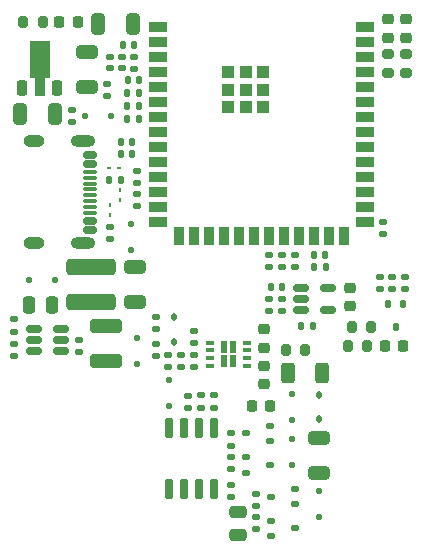
<source format=gbr>
%TF.GenerationSoftware,KiCad,Pcbnew,9.0.4-9.0.4-0~ubuntu24.04.1*%
%TF.CreationDate,2025-09-25T14:53:34+02:00*%
%TF.ProjectId,MCM-LIN,4d434d2d-4c49-44e2-9e6b-696361645f70,rev?*%
%TF.SameCoordinates,Original*%
%TF.FileFunction,Paste,Top*%
%TF.FilePolarity,Positive*%
%FSLAX46Y46*%
G04 Gerber Fmt 4.6, Leading zero omitted, Abs format (unit mm)*
G04 Created by KiCad (PCBNEW 9.0.4-9.0.4-0~ubuntu24.04.1) date 2025-09-25 14:53:34*
%MOMM*%
%LPD*%
G01*
G04 APERTURE LIST*
G04 Aperture macros list*
%AMRoundRect*
0 Rectangle with rounded corners*
0 $1 Rounding radius*
0 $2 $3 $4 $5 $6 $7 $8 $9 X,Y pos of 4 corners*
0 Add a 4 corners polygon primitive as box body*
4,1,4,$2,$3,$4,$5,$6,$7,$8,$9,$2,$3,0*
0 Add four circle primitives for the rounded corners*
1,1,$1+$1,$2,$3*
1,1,$1+$1,$4,$5*
1,1,$1+$1,$6,$7*
1,1,$1+$1,$8,$9*
0 Add four rect primitives between the rounded corners*
20,1,$1+$1,$2,$3,$4,$5,0*
20,1,$1+$1,$4,$5,$6,$7,0*
20,1,$1+$1,$6,$7,$8,$9,0*
20,1,$1+$1,$8,$9,$2,$3,0*%
%AMFreePoly0*
4,1,9,3.862500,-0.866500,0.737500,-0.866500,0.737500,-0.450000,-0.737500,-0.450000,-0.737500,0.450000,0.737500,0.450000,0.737500,0.866500,3.862500,0.866500,3.862500,-0.866500,3.862500,-0.866500,$1*%
G04 Aperture macros list end*
%ADD10RoundRect,0.112500X0.112500X-0.187500X0.112500X0.187500X-0.112500X0.187500X-0.112500X-0.187500X0*%
%ADD11RoundRect,0.225000X0.225000X0.250000X-0.225000X0.250000X-0.225000X-0.250000X0.225000X-0.250000X0*%
%ADD12RoundRect,0.135000X0.185000X-0.135000X0.185000X0.135000X-0.185000X0.135000X-0.185000X-0.135000X0*%
%ADD13RoundRect,0.150000X-0.425000X0.150000X-0.425000X-0.150000X0.425000X-0.150000X0.425000X0.150000X0*%
%ADD14RoundRect,0.075000X-0.500000X0.075000X-0.500000X-0.075000X0.500000X-0.075000X0.500000X0.075000X0*%
%ADD15O,2.100000X1.000000*%
%ADD16O,1.800000X1.000000*%
%ADD17RoundRect,0.135000X0.135000X0.185000X-0.135000X0.185000X-0.135000X-0.185000X0.135000X-0.185000X0*%
%ADD18RoundRect,0.135000X-0.135000X-0.185000X0.135000X-0.185000X0.135000X0.185000X-0.135000X0.185000X0*%
%ADD19RoundRect,0.218750X-0.256250X0.218750X-0.256250X-0.218750X0.256250X-0.218750X0.256250X0.218750X0*%
%ADD20RoundRect,0.218750X0.218750X0.256250X-0.218750X0.256250X-0.218750X-0.256250X0.218750X-0.256250X0*%
%ADD21RoundRect,0.125000X-0.125000X-0.125000X0.125000X-0.125000X0.125000X0.125000X-0.125000X0.125000X0*%
%ADD22RoundRect,0.135000X-0.185000X0.135000X-0.185000X-0.135000X0.185000X-0.135000X0.185000X0.135000X0*%
%ADD23RoundRect,0.125000X-0.125000X0.125000X-0.125000X-0.125000X0.125000X-0.125000X0.125000X0.125000X0*%
%ADD24RoundRect,0.250000X0.650000X-0.325000X0.650000X0.325000X-0.650000X0.325000X-0.650000X-0.325000X0*%
%ADD25RoundRect,0.062500X0.062500X-0.117500X0.062500X0.117500X-0.062500X0.117500X-0.062500X-0.117500X0*%
%ADD26RoundRect,0.140000X-0.140000X-0.170000X0.140000X-0.170000X0.140000X0.170000X-0.140000X0.170000X0*%
%ADD27RoundRect,0.250000X-0.475000X0.250000X-0.475000X-0.250000X0.475000X-0.250000X0.475000X0.250000X0*%
%ADD28RoundRect,0.140000X0.170000X-0.140000X0.170000X0.140000X-0.170000X0.140000X-0.170000X-0.140000X0*%
%ADD29RoundRect,0.140000X0.140000X0.170000X-0.140000X0.170000X-0.140000X-0.170000X0.140000X-0.170000X0*%
%ADD30RoundRect,0.225000X0.225000X-0.425000X0.225000X0.425000X-0.225000X0.425000X-0.225000X-0.425000X0*%
%ADD31FreePoly0,90.000000*%
%ADD32RoundRect,0.200000X0.200000X0.275000X-0.200000X0.275000X-0.200000X-0.275000X0.200000X-0.275000X0*%
%ADD33R,1.000000X1.000000*%
%ADD34R,1.500000X0.900000*%
%ADD35R,0.900000X1.500000*%
%ADD36RoundRect,0.062500X-0.062500X0.117500X-0.062500X-0.117500X0.062500X-0.117500X0.062500X0.117500X0*%
%ADD37RoundRect,0.250000X0.325000X0.650000X-0.325000X0.650000X-0.325000X-0.650000X0.325000X-0.650000X0*%
%ADD38R,0.600000X1.000000*%
%ADD39R,0.650000X0.350000*%
%ADD40RoundRect,0.200000X-0.275000X0.200000X-0.275000X-0.200000X0.275000X-0.200000X0.275000X0.200000X0*%
%ADD41RoundRect,0.225000X-0.250000X0.225000X-0.250000X-0.225000X0.250000X-0.225000X0.250000X0.225000X0*%
%ADD42RoundRect,0.125000X0.125000X0.125000X-0.125000X0.125000X-0.125000X-0.125000X0.125000X-0.125000X0*%
%ADD43RoundRect,0.140000X-0.170000X0.140000X-0.170000X-0.140000X0.170000X-0.140000X0.170000X0.140000X0*%
%ADD44RoundRect,0.250000X-0.250000X-0.475000X0.250000X-0.475000X0.250000X0.475000X-0.250000X0.475000X0*%
%ADD45RoundRect,0.150000X-0.150000X0.725000X-0.150000X-0.725000X0.150000X-0.725000X0.150000X0.725000X0*%
%ADD46RoundRect,0.062500X0.117500X0.062500X-0.117500X0.062500X-0.117500X-0.062500X0.117500X-0.062500X0*%
%ADD47RoundRect,0.250000X-0.312500X-0.625000X0.312500X-0.625000X0.312500X0.625000X-0.312500X0.625000X0*%
%ADD48RoundRect,0.112500X0.112500X0.237500X-0.112500X0.237500X-0.112500X-0.237500X0.112500X-0.237500X0*%
%ADD49RoundRect,0.112500X-0.237500X0.112500X-0.237500X-0.112500X0.237500X-0.112500X0.237500X0.112500X0*%
%ADD50RoundRect,0.350000X1.750000X0.350000X-1.750000X0.350000X-1.750000X-0.350000X1.750000X-0.350000X0*%
%ADD51RoundRect,0.150000X-0.512500X-0.150000X0.512500X-0.150000X0.512500X0.150000X-0.512500X0.150000X0*%
%ADD52RoundRect,0.112500X0.237500X-0.112500X0.237500X0.112500X-0.237500X0.112500X-0.237500X-0.112500X0*%
%ADD53RoundRect,0.200000X-0.200000X-0.275000X0.200000X-0.275000X0.200000X0.275000X-0.200000X0.275000X0*%
%ADD54RoundRect,0.250000X-0.650000X0.325000X-0.650000X-0.325000X0.650000X-0.325000X0.650000X0.325000X0*%
%ADD55RoundRect,0.225000X0.250000X-0.225000X0.250000X0.225000X-0.250000X0.225000X-0.250000X-0.225000X0*%
%ADD56RoundRect,0.250000X-1.100000X0.325000X-1.100000X-0.325000X1.100000X-0.325000X1.100000X0.325000X0*%
G04 APERTURE END LIST*
D10*
%TO.C,D4*%
X74500000Y-73375000D03*
X74500000Y-71275000D03*
%TD*%
D11*
%TO.C,C25*%
X82650000Y-78750000D03*
X81100000Y-78750000D03*
%TD*%
D12*
%TO.C,R4*%
X60921200Y-72483200D03*
X60921200Y-71463200D03*
%TD*%
D13*
%TO.C,J1*%
X67380000Y-57500000D03*
X67380000Y-58300000D03*
D14*
X67380000Y-59450000D03*
X67380000Y-60450000D03*
X67380000Y-60950000D03*
X67380000Y-61950000D03*
D13*
X67380000Y-63100000D03*
X67380000Y-63900000D03*
X67380000Y-63900000D03*
X67380000Y-63100000D03*
D14*
X67380000Y-62450000D03*
X67380000Y-61450000D03*
X67380000Y-59950000D03*
X67380000Y-58950000D03*
D13*
X67380000Y-58300000D03*
X67380000Y-57500000D03*
D15*
X66805000Y-56380000D03*
D16*
X62625000Y-56380000D03*
D15*
X66805000Y-65020000D03*
D16*
X62625000Y-65020000D03*
%TD*%
D17*
%TO.C,R35*%
X87335000Y-67050000D03*
X86315000Y-67050000D03*
%TD*%
D18*
%TO.C,R41*%
X68965000Y-59625000D03*
X69985000Y-59625000D03*
%TD*%
D19*
%TO.C,D10*%
X92573600Y-46012500D03*
X92573600Y-47587500D03*
%TD*%
D20*
%TO.C,D1*%
X66360900Y-46293000D03*
X64785900Y-46293000D03*
%TD*%
D21*
%TO.C,D8*%
X66937200Y-54243200D03*
X69137200Y-54243200D03*
%TD*%
D12*
%TO.C,R24*%
X72925000Y-74585000D03*
X72925000Y-73565000D03*
%TD*%
D22*
%TO.C,R27*%
X71364600Y-60819800D03*
X71364600Y-61839800D03*
%TD*%
D23*
%TO.C,D15*%
X84500000Y-77775000D03*
X84500000Y-79975000D03*
%TD*%
D24*
%TO.C,C26*%
X86775000Y-84475000D03*
X86775000Y-81525000D03*
%TD*%
D23*
%TO.C,D9*%
X71350000Y-73050000D03*
X71350000Y-75250000D03*
%TD*%
D12*
%TO.C,R28*%
X79325000Y-84135000D03*
X79325000Y-83115000D03*
%TD*%
D25*
%TO.C,D11*%
X69025000Y-61755000D03*
X69025000Y-62595000D03*
%TD*%
D26*
%TO.C,C4*%
X69995600Y-56475000D03*
X70955600Y-56475000D03*
%TD*%
D10*
%TO.C,D14*%
X86775000Y-79925000D03*
X86775000Y-77825000D03*
%TD*%
D27*
%TO.C,C18*%
X79875000Y-87800000D03*
X79875000Y-89700000D03*
%TD*%
D18*
%TO.C,R29*%
X70540000Y-54500000D03*
X71560000Y-54500000D03*
%TD*%
D12*
%TO.C,R20*%
X91900000Y-68885000D03*
X91900000Y-67865000D03*
%TD*%
D22*
%TO.C,R13*%
X92167200Y-63182000D03*
X92167200Y-64202000D03*
%TD*%
D28*
%TO.C,C17*%
X69104000Y-50202000D03*
X69104000Y-49242000D03*
%TD*%
D18*
%TO.C,R15*%
X85215000Y-72025000D03*
X86235000Y-72025000D03*
%TD*%
D12*
%TO.C,R25*%
X72925000Y-72260000D03*
X72925000Y-71240000D03*
%TD*%
D23*
%TO.C,D17*%
X84500000Y-81575000D03*
X84500000Y-83775000D03*
%TD*%
D29*
%TO.C,C13*%
X71108000Y-48190000D03*
X70148000Y-48190000D03*
%TD*%
D30*
%TO.C,U1*%
X61609600Y-51875200D03*
D31*
X63109600Y-51787700D03*
D30*
X64609600Y-51875200D03*
%TD*%
D12*
%TO.C,R22*%
X76150000Y-75485000D03*
X76150000Y-74465000D03*
%TD*%
D32*
%TO.C,R1*%
X63375800Y-46300000D03*
X61725800Y-46300000D03*
%TD*%
D33*
%TO.C,U5*%
X79040000Y-50508000D03*
X79040000Y-52008000D03*
X79040000Y-53508000D03*
X80540000Y-50508000D03*
X80540000Y-52008000D03*
X80540000Y-53508000D03*
X82040000Y-50508000D03*
X82040000Y-52008000D03*
X82040000Y-53508000D03*
D34*
X73150000Y-46658000D03*
X73150000Y-47928000D03*
X73150000Y-49198000D03*
X73150000Y-50468000D03*
X73150000Y-51738000D03*
X73150000Y-53008000D03*
X73150000Y-54278000D03*
X73150000Y-55548000D03*
X73150000Y-56818000D03*
X73150000Y-58088000D03*
X73150000Y-59358000D03*
X73150000Y-60628000D03*
X73150000Y-61898000D03*
X73150000Y-63168000D03*
D35*
X74915000Y-64418000D03*
X76185000Y-64418000D03*
X77455000Y-64418000D03*
X78725000Y-64418000D03*
X79995000Y-64418000D03*
X81265000Y-64418000D03*
X82535000Y-64418000D03*
X83805000Y-64418000D03*
X85075000Y-64418000D03*
X86345000Y-64418000D03*
X87615000Y-64418000D03*
X88885000Y-64418000D03*
D34*
X90650000Y-63168000D03*
X90650000Y-61898000D03*
X90650000Y-60628000D03*
X90650000Y-59358000D03*
X90650000Y-58088000D03*
X90650000Y-56818000D03*
X90650000Y-55548000D03*
X90650000Y-54278000D03*
X90650000Y-53008000D03*
X90650000Y-51738000D03*
X90650000Y-50468000D03*
X90650000Y-49198000D03*
X90650000Y-47928000D03*
X90650000Y-46658000D03*
%TD*%
D22*
%TO.C,R11*%
X71136000Y-49212000D03*
X71136000Y-50232000D03*
%TD*%
D23*
%TO.C,D5*%
X74051800Y-76587975D03*
X74051800Y-78787975D03*
%TD*%
D32*
%TO.C,R38*%
X85575000Y-74025000D03*
X83925000Y-74025000D03*
%TD*%
D22*
%TO.C,R31*%
X82525000Y-69740000D03*
X82525000Y-70760000D03*
%TD*%
D36*
%TO.C,D12*%
X69950000Y-61370000D03*
X69950000Y-60530000D03*
%TD*%
D37*
%TO.C,C15*%
X70985400Y-46420000D03*
X68035400Y-46420000D03*
%TD*%
D38*
%TO.C,U7*%
X78731250Y-73800000D03*
X78731250Y-75000000D03*
X79506250Y-73800000D03*
X79506250Y-75000000D03*
D39*
X77568750Y-73425000D03*
X77568750Y-74075000D03*
X77568750Y-74725000D03*
X77568750Y-75375000D03*
X80668750Y-75375000D03*
X80668750Y-74725000D03*
X80668750Y-74075000D03*
X80668750Y-73425000D03*
%TD*%
D40*
%TO.C,R17*%
X94100000Y-48960000D03*
X94100000Y-50610000D03*
%TD*%
D22*
%TO.C,R10*%
X75075000Y-74465000D03*
X75075000Y-75485000D03*
%TD*%
%TO.C,R33*%
X83650000Y-66040000D03*
X83650000Y-67060000D03*
%TD*%
%TO.C,R21*%
X79325000Y-85490000D03*
X79325000Y-86510000D03*
%TD*%
D41*
%TO.C,C22*%
X89425000Y-68800000D03*
X89425000Y-70350000D03*
%TD*%
D23*
%TO.C,D3*%
X70875000Y-63400000D03*
X70875000Y-65600000D03*
%TD*%
D22*
%TO.C,R32*%
X82550000Y-66040000D03*
X82550000Y-67060000D03*
%TD*%
%TO.C,R8*%
X76765000Y-77896573D03*
X76765000Y-78916573D03*
%TD*%
D42*
%TO.C,D2*%
X64375000Y-68150000D03*
X62175000Y-68150000D03*
%TD*%
D43*
%TO.C,C2*%
X68850000Y-51545000D03*
X68850000Y-52505000D03*
%TD*%
D26*
%TO.C,C11*%
X69995600Y-57491000D03*
X70955600Y-57491000D03*
%TD*%
D12*
%TO.C,R23*%
X76150000Y-73485000D03*
X76150000Y-72465000D03*
%TD*%
%TO.C,R5*%
X60921200Y-74583200D03*
X60921200Y-73563200D03*
%TD*%
D44*
%TO.C,C7*%
X62233700Y-70238200D03*
X64133700Y-70238200D03*
%TD*%
D45*
%TO.C,U4*%
X77872800Y-80667773D03*
X76602800Y-80667773D03*
X75332800Y-80667773D03*
X74062800Y-80667773D03*
X74062800Y-85817773D03*
X75332800Y-85817773D03*
X76602800Y-85817773D03*
X77872800Y-85817773D03*
%TD*%
D19*
%TO.C,D7*%
X94100000Y-46012500D03*
X94100000Y-47587500D03*
%TD*%
D22*
%TO.C,R7*%
X77865000Y-77896573D03*
X77865000Y-78916573D03*
%TD*%
D46*
%TO.C,D13*%
X68952500Y-58600000D03*
X69792500Y-58600000D03*
%TD*%
D12*
%TO.C,R9*%
X74000000Y-75485000D03*
X74000000Y-74465000D03*
%TD*%
D37*
%TO.C,C9*%
X64381400Y-54040000D03*
X61431400Y-54040000D03*
%TD*%
D24*
%TO.C,C3*%
X67122800Y-51806600D03*
X67122800Y-48856600D03*
%TD*%
D47*
%TO.C,R36*%
X84112500Y-75975000D03*
X87037500Y-75975000D03*
%TD*%
D43*
%TO.C,C6*%
X65852800Y-53763200D03*
X65852800Y-54723200D03*
%TD*%
D22*
%TO.C,R12*%
X75665000Y-77899073D03*
X75665000Y-78919073D03*
%TD*%
D17*
%TO.C,R6*%
X71560000Y-52300000D03*
X70540000Y-52300000D03*
%TD*%
D28*
%TO.C,C5*%
X94025000Y-68855000D03*
X94025000Y-67895000D03*
%TD*%
D22*
%TO.C,R34*%
X84750000Y-66040000D03*
X84750000Y-67060000D03*
%TD*%
D48*
%TO.C,Q1*%
X93897500Y-70125000D03*
X92597500Y-70125000D03*
X93247500Y-72125000D03*
%TD*%
D49*
%TO.C,Q5*%
X80575000Y-83125000D03*
X80575000Y-84425000D03*
X82575000Y-83775000D03*
%TD*%
D12*
%TO.C,R3*%
X81425000Y-89175000D03*
X81425000Y-88155000D03*
%TD*%
D40*
%TO.C,R19*%
X92573600Y-48960000D03*
X92573600Y-50610000D03*
%TD*%
D50*
%TO.C,L1*%
X67466300Y-69983700D03*
X67466300Y-66983700D03*
%TD*%
D29*
%TO.C,C12*%
X71530000Y-51225000D03*
X70570000Y-51225000D03*
%TD*%
D20*
%TO.C,D6*%
X93912500Y-73700000D03*
X92337500Y-73700000D03*
%TD*%
D49*
%TO.C,Q2*%
X82725000Y-88500000D03*
X82725000Y-89800000D03*
X84725000Y-89150000D03*
%TD*%
D12*
%TO.C,R2*%
X66475700Y-74235000D03*
X66475700Y-73215000D03*
%TD*%
D51*
%TO.C,U2*%
X62671200Y-72267000D03*
X62671200Y-73217000D03*
X62671200Y-74167000D03*
X64946200Y-74167000D03*
X64946200Y-73217000D03*
X64946200Y-72267000D03*
%TD*%
D52*
%TO.C,Q4*%
X84725000Y-87125000D03*
X84725000Y-85825000D03*
X82725000Y-86475000D03*
%TD*%
D23*
%TO.C,D16*%
X86775000Y-86025000D03*
X86775000Y-88225000D03*
%TD*%
D53*
%TO.C,R16*%
X89525000Y-72075000D03*
X91175000Y-72075000D03*
%TD*%
D51*
%TO.C,U8*%
X85212500Y-68775000D03*
X85212500Y-69725000D03*
X85212500Y-70675000D03*
X87487500Y-70675000D03*
X87487500Y-68775000D03*
%TD*%
D12*
%TO.C,R39*%
X79325000Y-82135000D03*
X79325000Y-81115000D03*
%TD*%
D54*
%TO.C,C10*%
X71174700Y-67018700D03*
X71174700Y-69968700D03*
%TD*%
D12*
%TO.C,R18*%
X92950000Y-68885000D03*
X92950000Y-67865000D03*
%TD*%
D26*
%TO.C,C8*%
X82675000Y-68730000D03*
X83635000Y-68730000D03*
%TD*%
D41*
%TO.C,C23*%
X82106250Y-75400000D03*
X82106250Y-76950000D03*
%TD*%
D18*
%TO.C,R37*%
X70540000Y-53375000D03*
X71560000Y-53375000D03*
%TD*%
D26*
%TO.C,C20*%
X86320000Y-66025000D03*
X87280000Y-66025000D03*
%TD*%
D22*
%TO.C,R42*%
X69050000Y-63665000D03*
X69050000Y-64685000D03*
%TD*%
%TO.C,R26*%
X71350000Y-58890000D03*
X71350000Y-59910000D03*
%TD*%
D12*
%TO.C,R30*%
X83600000Y-70760000D03*
X83600000Y-69740000D03*
%TD*%
D43*
%TO.C,C16*%
X70120000Y-49242000D03*
X70120000Y-50202000D03*
%TD*%
D52*
%TO.C,Q6*%
X82575000Y-81747500D03*
X82575000Y-80447500D03*
X80575000Y-81097500D03*
%TD*%
D55*
%TO.C,C21*%
X82106250Y-73850000D03*
X82106250Y-72300000D03*
%TD*%
D32*
%TO.C,R14*%
X90850000Y-73700000D03*
X89200000Y-73700000D03*
%TD*%
D56*
%TO.C,C1*%
X68683700Y-72008700D03*
X68683700Y-74958700D03*
%TD*%
D12*
%TO.C,R40*%
X81425000Y-87235000D03*
X81425000Y-86215000D03*
%TD*%
M02*

</source>
